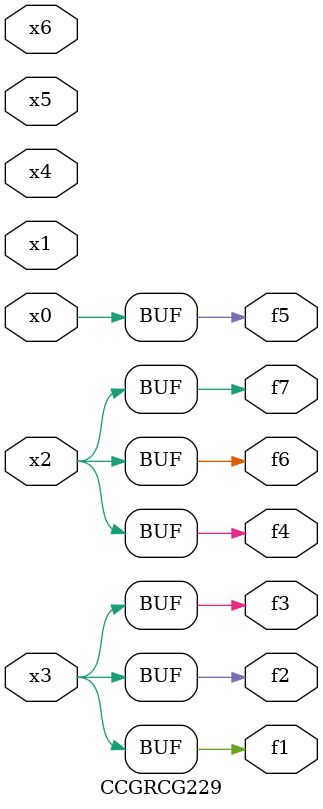
<source format=v>
module CCGRCG229(
	input x0, x1, x2, x3, x4, x5, x6,
	output f1, f2, f3, f4, f5, f6, f7
);
	assign f1 = x3;
	assign f2 = x3;
	assign f3 = x3;
	assign f4 = x2;
	assign f5 = x0;
	assign f6 = x2;
	assign f7 = x2;
endmodule

</source>
